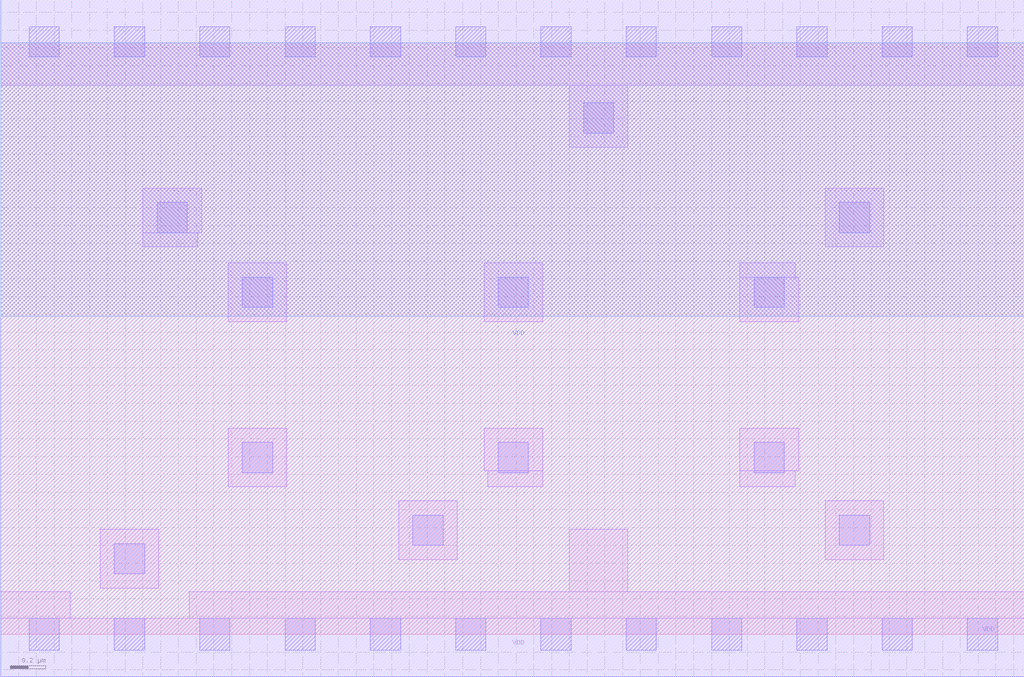
<source format=lef>
VERSION 5.7 ;
  NOWIREEXTENSIONATPIN ON ;
  DIVIDERCHAR "/" ;
  BUSBITCHARS "[]" ;
MACRO or
  CLASS BLOCK ;
  FOREIGN or ;
  ORIGIN 0.000 0.000 ;
  SIZE 5.760 BY 3.330 ;
  PIN VDD
    ANTENNAGATEAREA 0.567000 ;
    ANTENNADIFFAREA 4.227600 ;
    PORT
      LAYER li1 ;
        RECT 0.000 3.090 5.760 3.570 ;
        RECT 3.200 2.740 3.530 3.090 ;
        RECT 0.800 2.260 1.130 2.510 ;
        RECT 0.800 2.180 1.110 2.260 ;
        RECT 4.640 2.180 4.970 2.510 ;
        RECT 1.280 1.760 1.610 2.090 ;
        RECT 2.720 1.760 3.050 2.090 ;
        RECT 4.160 2.010 4.470 2.090 ;
        RECT 4.160 1.760 4.490 2.010 ;
        RECT 1.280 0.830 1.610 1.160 ;
        RECT 2.720 0.920 3.050 1.160 ;
        RECT 2.740 0.830 3.050 0.920 ;
        RECT 4.160 0.920 4.490 1.160 ;
        RECT 4.160 0.830 4.470 0.920 ;
        RECT 0.560 0.260 0.890 0.590 ;
        RECT 2.240 0.420 2.570 0.750 ;
        RECT 3.200 0.240 3.530 0.590 ;
        RECT 4.640 0.420 4.970 0.750 ;
        RECT 0.000 0.090 0.390 0.240 ;
        RECT 1.060 0.090 5.760 0.240 ;
        RECT 0.000 -0.240 5.760 0.090 ;
      LAYER mcon ;
        RECT 0.160 3.250 0.330 3.420 ;
        RECT 0.640 3.250 0.810 3.420 ;
        RECT 1.120 3.250 1.290 3.420 ;
        RECT 1.600 3.250 1.770 3.420 ;
        RECT 2.080 3.250 2.250 3.420 ;
        RECT 2.560 3.250 2.730 3.420 ;
        RECT 3.040 3.250 3.210 3.420 ;
        RECT 3.520 3.250 3.690 3.420 ;
        RECT 4.000 3.250 4.170 3.420 ;
        RECT 4.480 3.250 4.650 3.420 ;
        RECT 4.960 3.250 5.130 3.420 ;
        RECT 5.440 3.250 5.610 3.420 ;
        RECT 3.280 2.820 3.450 2.990 ;
        RECT 0.880 2.260 1.050 2.430 ;
        RECT 4.720 2.260 4.890 2.430 ;
        RECT 1.360 1.840 1.530 2.010 ;
        RECT 2.800 1.840 2.970 2.010 ;
        RECT 4.240 1.840 4.410 2.010 ;
        RECT 1.360 0.910 1.530 1.080 ;
        RECT 2.800 0.910 2.970 1.080 ;
        RECT 4.240 0.910 4.410 1.080 ;
        RECT 0.640 0.340 0.810 0.510 ;
        RECT 2.320 0.500 2.490 0.670 ;
        RECT 4.720 0.500 4.890 0.670 ;
        RECT 0.160 -0.090 0.330 0.090 ;
        RECT 0.640 -0.090 0.810 0.090 ;
        RECT 1.120 -0.090 1.290 0.090 ;
        RECT 1.600 -0.090 1.770 0.090 ;
        RECT 2.080 -0.090 2.250 0.090 ;
        RECT 2.560 -0.090 2.730 0.090 ;
        RECT 3.040 -0.090 3.210 0.090 ;
        RECT 3.520 -0.090 3.690 0.090 ;
        RECT 4.000 -0.090 4.170 0.090 ;
        RECT 4.480 -0.090 4.650 0.090 ;
        RECT 4.960 -0.090 5.130 0.090 ;
        RECT 5.440 -0.090 5.610 0.090 ;
      LAYER met1 ;
        RECT 0.000 -0.240 5.760 3.570 ;
    END
  END VDD
  OBS
      LAYER nwell ;
        RECT 0.000 1.790 5.760 3.330 ;
  END
END or
END LIBRARY


</source>
